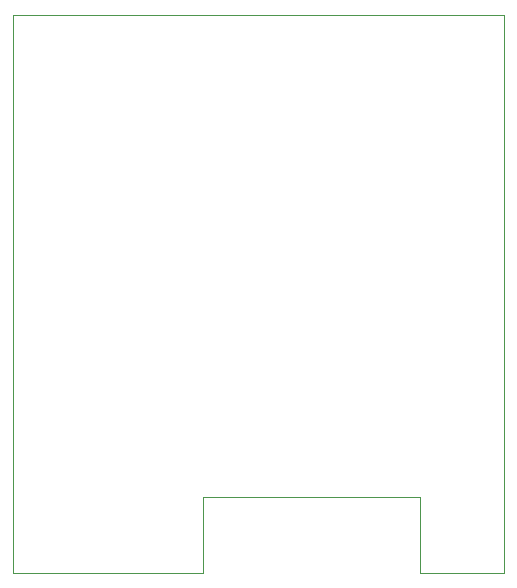
<source format=gbr>
%TF.GenerationSoftware,KiCad,Pcbnew,8.0.3*%
%TF.CreationDate,2024-08-19T09:40:13+02:00*%
%TF.ProjectId,Homekey,486f6d65-6b65-4792-9e6b-696361645f70,rev?*%
%TF.SameCoordinates,Original*%
%TF.FileFunction,Profile,NP*%
%FSLAX46Y46*%
G04 Gerber Fmt 4.6, Leading zero omitted, Abs format (unit mm)*
G04 Created by KiCad (PCBNEW 8.0.3) date 2024-08-19 09:40:13*
%MOMM*%
%LPD*%
G01*
G04 APERTURE LIST*
%TA.AperFunction,Profile*%
%ADD10C,0.100000*%
%TD*%
G04 APERTURE END LIST*
D10*
X194950000Y-60350000D02*
X153750000Y-60350000D01*
X194950000Y-101550000D02*
X194950000Y-107650000D01*
X194950000Y-93750000D02*
X194950000Y-61150000D01*
X153350000Y-101350000D02*
X153350000Y-104350000D01*
X153350000Y-104350000D02*
X153350000Y-107650000D01*
X153350000Y-107650000D02*
X163350000Y-107650000D01*
X187850000Y-101150000D02*
X169450000Y-101150000D01*
X194950000Y-107650000D02*
X187850000Y-107650000D01*
X153350000Y-101350000D02*
X153350000Y-60350000D01*
X169450000Y-107650000D02*
X163350000Y-107650000D01*
X187850000Y-107650000D02*
X187850000Y-101150000D01*
X194950000Y-61150000D02*
X194950000Y-60350000D01*
X153350000Y-60350000D02*
X153750000Y-60350000D01*
X169450000Y-101150000D02*
X169450000Y-107650000D01*
X194950000Y-101550000D02*
X194950000Y-93750000D01*
M02*

</source>
